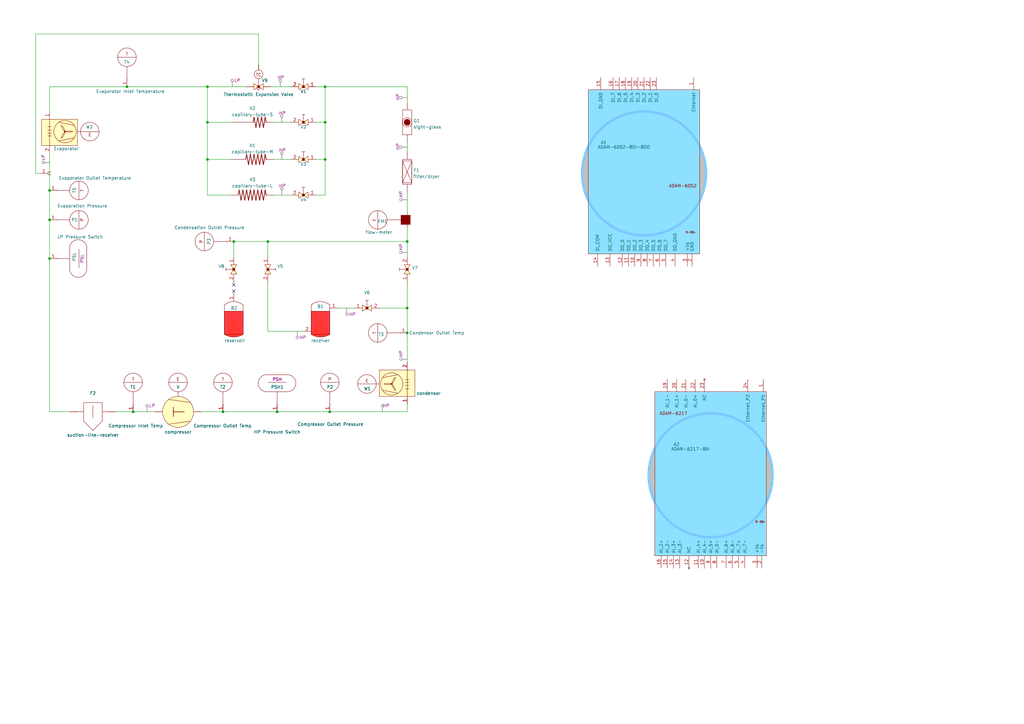
<source format=kicad_sch>
(kicad_sch (version 20230121) (generator eeschema)
  (paper "A3")
  (lib_symbols
    (symbol "004-P&ID-schematics:PSH" (pin_names (offset 1.016) hide)
      (property "Reference" "PS" (at 0 10.16 0))
      (property "Value" "HP Pressure Switch" (at -0.635 16.51 0))
      (property "NAME" "PSL" (at 0 13.335 0))
      (symbol "PSH_0_1"
        (arc (start -4.445 15.24) (mid -7.7609 11.7475) (end -4.445 8.255))
        (polyline (pts (xy -4.445 8.255) (xy 4.445 8.255)))
        (polyline (pts (xy -4.445 15.24) (xy 4.445 15.24)))
        (polyline (pts (xy -3.81 12.065) (xy 3.81 12.065)))
        (polyline (pts (xy 0 8.255) (xy 0 2.54)))
        (arc (start 4.445 8.255) (mid 7.6905 11.7475) (end 4.445 15.24))
      )
      (symbol "PSH_1_1"
        (pin output line (at 0 0 90) (length 3) (name "in") (number "1"))
      )
    )
    (symbol "004-P&ID-schematics:capillary-tube-L" (pin_numbers hide) (pin_names (offset 1.016) hide)
      (property "Reference" "X" (at 7.62 8.89 0))
      (property "Value" "capillary-tube-L" (at 13.335 6.985 0))
      (symbol "capillary-tube-L_0_1"
        (polyline (pts (xy 5.715 0) (xy 5.969 0)))
        (polyline (pts (xy -5.334 2.159) (xy -5.715 0) (xy -5.842 0) (xy -5.461 2.159) (xy -5.334 2.159)) (fill (type color) (color 71 215 255 1)))
        (polyline (pts (xy -4.699 -2.159) (xy -3.937 2.159) (xy -3.81 2.159) (xy -4.572 -2.159) (xy -4.699 -2.159)) (fill (type color) (color 101 247 255 1)))
        (polyline (pts (xy -4.572 -2.159) (xy -5.334 2.159) (xy -5.461 2.159) (xy -4.699 -2.159) (xy -4.572 -2.159)) (fill (type color) (color 89 242 255 1)))
        (polyline (pts (xy -3.175 -2.159) (xy -2.413 2.159) (xy -2.286 2.159) (xy -3.048 -2.159) (xy -3.175 -2.159)) (fill (type color) (color 171 247 255 1)))
        (polyline (pts (xy -3.048 -2.159) (xy -3.81 2.159) (xy -3.937 2.159) (xy -3.175 -2.159) (xy -3.048 -2.159)) (fill (type color) (color 158 240 255 1)))
        (polyline (pts (xy -1.651 -2.159) (xy -0.889 2.159) (xy -0.762 2.159) (xy -1.524 -2.159) (xy -1.651 -2.159)) (fill (type color) (color 176 244 255 1)))
        (polyline (pts (xy -1.524 -2.159) (xy -2.286 2.159) (xy -2.413 2.159) (xy -1.651 -2.159) (xy -1.524 -2.159)) (fill (type color) (color 171 245 255 1)))
        (polyline (pts (xy -0.127 -2.159) (xy 0.635 2.159) (xy 0.762 2.159) (xy 0 -2.159) (xy -0.127 -2.159)) (fill (type color) (color 255 217 229 1)))
        (polyline (pts (xy 0 -2.159) (xy -0.762 2.159) (xy -0.889 2.159) (xy -0.127 -2.159) (xy 0 -2.159)) (fill (type color) (color 254 249 255 1)))
        (polyline (pts (xy 1.397 -2.159) (xy 2.159 2.159) (xy 2.286 2.159) (xy 1.524 -2.159) (xy 1.397 -2.159)) (fill (type color) (color 255 163 172 1)))
        (polyline (pts (xy 1.524 -2.159) (xy 0.762 2.159) (xy 0.635 2.159) (xy 1.397 -2.159) (xy 1.524 -2.159)) (fill (type color) (color 255 213 209 1)))
        (polyline (pts (xy 2.921 -2.159) (xy 3.683 2.159) (xy 3.81 2.159) (xy 3.048 -2.159) (xy 2.921 -2.159)) (fill (type color) (color 255 85 73 1)))
        (polyline (pts (xy 3.048 -2.159) (xy 2.286 2.159) (xy 2.159 2.159) (xy 2.921 -2.159) (xy 3.048 -2.159)) (fill (type color) (color 255 119 100 1)))
        (polyline (pts (xy 4.445 -2.159) (xy 5.207 2.159) (xy 5.334 2.159) (xy 4.572 -2.159) (xy 4.445 -2.159)) (fill (type color) (color 255 56 39 1)))
        (polyline (pts (xy 4.572 -2.159) (xy 3.81 2.159) (xy 3.683 2.159) (xy 4.445 -2.159) (xy 4.572 -2.159)) (fill (type color) (color 255 56 39 1)))
        (polyline (pts (xy 5.715 0) (xy 5.334 2.159) (xy 5.207 2.159) (xy 5.588 0) (xy 5.715 0)) (fill (type color) (color 255 56 39 1)))
      )
      (symbol "capillary-tube-L_1_1"
        (pin output line (at -8.89 0 0) (length 3) (name "in") (number "1"))
        (pin output line (at 8.89 0 180) (length 3) (name "out") (number "2"))
      )
    )
    (symbol "004-P&ID-schematics:capillary-tube-M" (pin_numbers hide) (pin_names (offset 1.016) hide)
      (property "Reference" "X" (at 7.62 8.89 0))
      (property "Value" "capillary-tube-M" (at 13.335 6.985 0))
      (symbol "capillary-tube-M_0_1"
        (polyline (pts (xy -5.842 0) (xy -2.794 0)))
        (polyline (pts (xy 5.715 0) (xy 5.969 0)))
        (polyline (pts (xy -2.286 2.159) (xy -2.667 0) (xy -2.794 0) (xy -2.413 2.159) (xy -2.286 2.159)) (fill (type color) (color 71 215 255 1)))
        (polyline (pts (xy -1.651 -2.159) (xy -0.889 2.159) (xy -0.762 2.159) (xy -1.524 -2.159) (xy -1.651 -2.159)) (fill (type color) (color 101 247 255 1)))
        (polyline (pts (xy -1.524 -2.159) (xy -2.286 2.159) (xy -2.413 2.159) (xy -1.651 -2.159) (xy -1.524 -2.159)) (fill (type color) (color 89 242 255 1)))
        (polyline (pts (xy -0.127 -2.159) (xy 0.635 2.159) (xy 0.762 2.159) (xy 0 -2.159) (xy -0.127 -2.159)) (fill (type color) (color 176 244 255 1)))
        (polyline (pts (xy 0 -2.159) (xy -0.762 2.159) (xy -0.889 2.159) (xy -0.127 -2.159) (xy 0 -2.159)) (fill (type color) (color 158 240 255 1)))
        (polyline (pts (xy 1.397 -2.159) (xy 2.159 2.159) (xy 2.286 2.159) (xy 1.524 -2.159) (xy 1.397 -2.159)) (fill (type color) (color 255 217 229 1)))
        (polyline (pts (xy 1.524 -2.159) (xy 0.762 2.159) (xy 0.635 2.159) (xy 1.397 -2.159) (xy 1.524 -2.159)) (fill (type color) (color 254 249 255 1)))
        (polyline (pts (xy 2.921 -2.159) (xy 3.683 2.159) (xy 3.81 2.159) (xy 3.048 -2.159) (xy 2.921 -2.159)) (fill (type color) (color 255 163 172 1)))
        (polyline (pts (xy 3.048 -2.159) (xy 2.286 2.159) (xy 2.159 2.159) (xy 2.921 -2.159) (xy 3.048 -2.159)) (fill (type color) (color 255 213 209 1)))
        (polyline (pts (xy 4.445 -2.159) (xy 5.207 2.159) (xy 5.334 2.159) (xy 4.572 -2.159) (xy 4.445 -2.159)) (fill (type color) (color 255 56 39 1)))
        (polyline (pts (xy 4.572 -2.159) (xy 3.81 2.159) (xy 3.683 2.159) (xy 4.445 -2.159) (xy 4.572 -2.159)) (fill (type color) (color 255 56 39 1)))
        (polyline (pts (xy 5.715 0) (xy 5.334 2.159) (xy 5.207 2.159) (xy 5.588 0) (xy 5.715 0)) (fill (type color) (color 255 56 39 1)))
      )
      (symbol "capillary-tube-M_1_1"
        (pin output line (at -8.89 0 0) (length 3) (name "in") (number "1"))
        (pin output line (at 8.89 0 180) (length 3) (name "out") (number "2"))
      )
    )
    (symbol "004-P&ID-schematics:capillary-tube-S" (pin_numbers hide) (pin_names (offset 1.016) hide)
      (property "Reference" "X" (at 7.62 8.89 0))
      (property "Value" "capillary-tube-S" (at 13.335 6.985 0))
      (symbol "capillary-tube-S_0_1"
        (polyline (pts (xy -5.842 0) (xy 0.381 0)))
        (polyline (pts (xy 5.715 0) (xy 5.969 0)))
        (polyline (pts (xy 0.762 2.159) (xy 0.381 0) (xy 0.254 0) (xy 0.635 2.159) (xy 0.762 2.159)) (fill (type color) (color 71 215 255 1)))
        (polyline (pts (xy 1.397 -2.159) (xy 2.159 2.159) (xy 2.286 2.159) (xy 1.524 -2.159) (xy 1.397 -2.159)) (fill (type color) (color 176 244 255 1)))
        (polyline (pts (xy 1.524 -2.159) (xy 0.762 2.159) (xy 0.635 2.159) (xy 1.397 -2.159) (xy 1.524 -2.159)) (fill (type color) (color 89 242 255 1)))
        (polyline (pts (xy 2.921 -2.159) (xy 3.683 2.159) (xy 3.81 2.159) (xy 3.048 -2.159) (xy 2.921 -2.159)) (fill (type color) (color 255 217 229 1)))
        (polyline (pts (xy 3.048 -2.159) (xy 2.286 2.159) (xy 2.159 2.159) (xy 2.921 -2.159) (xy 3.048 -2.159)) (fill (type color) (color 254 249 255 1)))
        (polyline (pts (xy 4.445 -2.159) (xy 5.207 2.159) (xy 5.334 2.159) (xy 4.572 -2.159) (xy 4.445 -2.159)) (fill (type color) (color 255 56 39 1)))
        (polyline (pts (xy 4.572 -2.159) (xy 3.81 2.159) (xy 3.683 2.159) (xy 4.445 -2.159) (xy 4.572 -2.159)) (fill (type color) (color 255 213 209 1)))
        (polyline (pts (xy 5.715 0) (xy 5.334 2.159) (xy 5.207 2.159) (xy 5.588 0) (xy 5.715 0)) (fill (type color) (color 255 56 39 1)))
      )
      (symbol "capillary-tube-S_1_1"
        (pin output line (at -8.89 0 0) (length 3) (name "in") (number "1"))
        (pin output line (at 8.89 0 180) (length 3) (name "out") (number "2"))
      )
    )
    (symbol "004-P&ID-schematics:compressor" (pin_numbers hide) (pin_names (offset 1.016) hide)
      (property "Reference" "V" (at 0 10.16 0))
      (property "Value" "compressor" (at 10.795 5.715 0))
      (symbol "compressor_0_1"
        (polyline (pts (xy -3.81 -5.08) (xy 5.08 -3.81)))
        (polyline (pts (xy -3.81 5.08) (xy 5.08 3.81)))
        (polyline (pts (xy -3.81 12.065) (xy 3.81 12.065)))
        (polyline (pts (xy -1.905 0) (xy 2.54 0)) (stroke (width 0.25)))
        (polyline (pts (xy -1.905 1.905) (xy -1.905 -1.905)) (stroke (width 0.25)))
        (polyline (pts (xy 0 6.35) (xy 0 8.255)))
        (circle (center 0 0) (radius 6.35) (fill (type background)))
        (circle (center 0 12.065) (radius 3.81))
        (text "E" (at 0 13.335 0) (effects (font (size 1.27 1.27))))
      )
      (symbol "compressor_1_1"
        (pin output line (at -9.525 0 0) (length 3) (name "in") (number "1"))
        (pin output line (at 9.525 0 180) (length 3) (name "out") (number "2"))
      )
    )
    (symbol "004-P&ID-schematics:condensor" (pin_names (offset 1.016) hide)
      (property "Reference" "W" (at -16.51 -0.635 0))
      (property "Value" "condensor" (at -6.985 8.255 0))
      (symbol "condensor_0_1"
        (circle (center -16.51 1.27) (radius 3.81))
        (rectangle (start -11.43 6.985) (end 3.175 -3.81) (fill (type background)))
        (arc (start -9.525 1.27) (mid -7.874 1.0159) (end -6.223 1.27))
        (arc (start -6.477 1.27) (mid -8.001 1.4627) (end -9.525 1.27))
        (circle (center -6.35 1.27) (radius 0.254) (fill (type outline)))
        (arc (start -6.35 1.27) (mid -5.815 -0.1932) (end -4.826 -1.397))
        (arc (start -6.35 1.27) (mid -5.346 2.535) (end -4.826 4.064))
        (circle (center -6.35 1.27) (radius 4.5791))
        (arc (start -4.826 -1.397) (mid -5.3347 0.0813) (end -6.35 1.27))
        (arc (start -4.826 4.064) (mid -5.811 2.8579) (end -6.35 1.397))
        (polyline (pts (xy -20.32 1.27) (xy -12.7 1.27)))
        (polyline (pts (xy -12.7 1.27) (xy -11.43 1.27)))
        (polyline (pts (xy -10.16 3.81) (xy -3.81 5.08)))
        (polyline (pts (xy -3.81 -2.54) (xy -10.16 -1.27)))
        (polyline (pts (xy -0.762 -0.762) (xy 0.762 -0.762)))
        (polyline (pts (xy -0.762 0.635) (xy 0.762 0.635)))
        (polyline (pts (xy -0.762 1.905) (xy 0.762 1.905)))
        (polyline (pts (xy -0.762 3.048) (xy 0.762 3.048)))
        (polyline (pts (xy 0 7.112) (xy 0 -3.937)))
        (text "E" (at -16.51 2.54 0) (effects (font (size 1.27 1.27))))
      )
      (symbol "condensor_1_1"
        (pin output line (at 0 -6.985 90) (length 3) (name "in") (number "1"))
        (pin output line (at 0 10.16 270) (length 3) (name "out") (number "2"))
      )
    )
    (symbol "004-P&ID-schematics:filter" (pin_numbers hide) (pin_names (offset 1.016) hide)
      (property "Reference" "F" (at 3.81 1.27 0))
      (property "Value" "filter" (at 5.715 -0.635 0))
      (symbol "filter_0_1"
        (rectangle (start -1.905 4.445) (end 1.905 -4.445))
        (rectangle (start -1.905 5.08) (end 1.905 -5.08))
        (polyline (pts (xy -1.905 -4.445) (xy 1.905 4.445)))
        (polyline (pts (xy -1.905 4.445) (xy 1.905 -4.445)))
      )
      (symbol "filter_1_1"
        (pin output line (at 0 -8.255 90) (length 3) (name "in") (number "1"))
        (pin output line (at 0 8.255 270) (length 3) (name "out") (number "2"))
      )
    )
    (symbol "004-P&ID-schematics:flow-meter" (pin_numbers hide) (pin_names (offset 1.016) hide)
      (property "Reference" "FM" (at 0 10.16 0))
      (property "Value" "flow-meter" (at 0.635 17.145 0))
      (symbol "flow-meter_0_1"
        (rectangle (start -1.905 2.54) (end 1.905 -1.27) (fill (type outline)))
        (polyline (pts (xy -3.81 12.065) (xy 3.81 12.065)))
        (polyline (pts (xy 0 8.255) (xy 0 2.54)))
        (circle (center 0 12.065) (radius 3.81))
        (text "F" (at 0 13.335 0) (effects (font (size 1.27 1.27))))
      )
      (symbol "flow-meter_1_1"
        (pin output line (at -3.175 0 0) (length 3) (name "in") (number "1"))
        (pin output line (at 3.175 0 180) (length 3) (name "out") (number "2"))
      )
    )
    (symbol "004-P&ID-schematics:pressure_sensor" (pin_names (offset 1.016) hide)
      (property "Reference" "P" (at 0 10.16 0))
      (property "Value" "pressure_sensor" (at 0.635 17.145 0))
      (symbol "pressure_sensor_0_1"
        (polyline (pts (xy -3.81 12.065) (xy 3.81 12.065)))
        (polyline (pts (xy 0 8.255) (xy 0 2.54)))
        (circle (center 0 12.065) (radius 3.81))
        (text "P" (at 0 13.335 0) (effects (font (size 1.27 1.27))))
      )
      (symbol "pressure_sensor_1_1"
        (pin output line (at 0 0 90) (length 3) (name "in") (number "1"))
      )
    )
    (symbol "004-P&ID-schematics:receiver" (pin_names (offset 1.016) hide)
      (property "Reference" "B" (at -1.27 4.445 0))
      (property "Value" "receiver" (at 8.255 6.985 0))
      (symbol "receiver_0_1"
        (arc (start -3.81 -6.35) (mid 0 -7.4034) (end 3.81 -6.35) (fill (type color) (color 255 55 48 1)))
        (rectangle (start -3.81 3.175) (end 3.81 -6.35) (fill (type color) (color 255 58 62 1)))
        (polyline (pts (xy -3.81 5.715) (xy -3.81 -6.35)))
        (polyline (pts (xy 3.81 5.715) (xy 3.81 -6.35)))
        (arc (start 3.81 5.715) (mid 0 7.1355) (end -3.81 5.715))
      )
      (symbol "receiver_1_1"
        (pin output line (at 6.985 4.445 180) (length 3) (name "in") (number "1"))
        (pin output line (at -6.985 -5.08 0) (length 3) (name "out") (number "2"))
      )
    )
    (symbol "004-P&ID-schematics:reservoir" (pin_names (offset 1.016) hide)
      (property "Reference" "B" (at -1.27 4.445 0))
      (property "Value" "reservoir" (at 8.255 6.985 0))
      (symbol "reservoir_0_1"
        (arc (start -3.81 -6.35) (mid 0 -7.4034) (end 3.81 -6.35) (fill (type color) (color 255 55 48 1)))
        (rectangle (start -3.81 3.175) (end 3.81 -6.35) (fill (type color) (color 255 58 62 1)))
        (polyline (pts (xy -3.81 5.715) (xy -3.81 -6.35)))
        (polyline (pts (xy 3.81 5.715) (xy 3.81 -6.35)))
        (arc (start 3.81 5.715) (mid 0 7.1355) (end -3.81 5.715))
      )
      (symbol "reservoir_1_1"
        (pin output line (at 0 10.16 270) (length 3) (name "in") (number "1"))
      )
    )
    (symbol "004-P&ID-schematics:sense-bulb" (pin_names (offset 1.016) hide)
      (property "Reference" "S" (at 5.08 1.27 0))
      (property "Value" "sense-bulb" (at 10.16 0 0))
      (symbol "sense-bulb_0_1"
        (arc (start -0.635 3.81) (mid -0.4515 3.3585) (end 0 3.175))
        (arc (start -0.381 4.318) (mid -0.5729 4.0965) (end -0.635 3.81))
        (polyline (pts (xy 0 3.175) (xy 0 2.921)))
        (arc (start 0 3.175) (mid 0.449 3.361) (end 0.635 3.81))
        (arc (start 0.635 3.81) (mid 0.5726 4.0963) (end 0.381 4.318))
      )
      (symbol "sense-bulb_1_1"
        (pin output line (at 0 0 90) (length 3) (name "in") (number "1"))
      )
    )
    (symbol "004-P&ID-schematics:sight-glass" (pin_numbers hide) (pin_names (offset 1.016) hide)
      (property "Reference" "G" (at 3.81 1.27 0))
      (property "Value" "sight-glass" (at 8.89 -0.635 0))
      (symbol "sight-glass_0_1"
        (rectangle (start -1.905 5.08) (end 1.905 -5.08))
        (circle (center 0 0) (radius 1.27) (fill (type outline)))
        (circle (center 0 0) (radius 1.905))
      )
      (symbol "sight-glass_1_1"
        (pin output line (at 0 -8.255 90) (length 3) (name "in") (number "1"))
        (pin output line (at 0 8.255 270) (length 3) (name "out") (number "2"))
      )
    )
    (symbol "004-P&ID-schematics:suction-line-receiver" (pin_numbers hide) (pin_names (offset 1.016) hide)
      (property "Reference" "F" (at 0 10.16 0))
      (property "Value" "suction-line-receiver" (at 10.795 5.715 0))
      (symbol "suction-line-receiver_0_1"
        (polyline (pts (xy -7.62 0) (xy -3.81 0)))
        (polyline (pts (xy 0 2.54) (xy 0 -2.54)))
        (polyline (pts (xy 7.62 0) (xy 3.81 0)))
        (polyline (pts (xy -3.81 -3.81) (xy 0 -7.62) (xy 3.81 -3.81)))
        (polyline (pts (xy 3.81 -3.81) (xy 3.81 3.81) (xy -3.81 3.81) (xy -3.81 -3.81)))
      )
      (symbol "suction-line-receiver_1_1"
        (pin output line (at -9.525 0 0) (length 3) (name "in") (number "1"))
        (pin output line (at 9.525 0 180) (length 3) (name "out") (number "2"))
      )
    )
    (symbol "004-P&ID-schematics:thermocouple" (pin_names (offset 1.016) hide)
      (property "Reference" "T" (at 0 10.16 0))
      (property "Value" "thermocouple" (at 0.635 17.145 0))
      (symbol "thermocouple_0_1"
        (polyline (pts (xy -3.81 12.065) (xy 3.81 12.065)))
        (polyline (pts (xy 0 8.255) (xy 0 2.54)))
        (circle (center 0 12.065) (radius 3.81))
        (text "T" (at 0 13.335 0) (effects (font (size 1.27 1.27))))
      )
      (symbol "thermocouple_1_1"
        (pin output line (at 0 0 90) (length 3) (name "in") (number "1"))
      )
    )
    (symbol "004-P&ID-schematics:valve-manual" (pin_names (offset 1.016) hide)
      (property "Reference" "V" (at 5.715 7.62 0))
      (symbol "valve-manual_0_1"
        (polyline (pts (xy -0.635 3.175) (xy 0.635 3.175)))
        (polyline (pts (xy 0 0) (xy 0 3.175)))
        (polyline (pts (xy 0 0) (xy -1.905 1.27) (xy -1.905 -1.27) (xy 0 0)) (fill (type background)))
        (polyline (pts (xy 0 0) (xy 1.905 -1.27) (xy 1.905 1.27) (xy 0 0)) (fill (type background)))
        (circle (center 0 0) (radius 0.508) (fill (type outline)))
      )
      (symbol "valve-manual_1_1"
        (pin output line (at -5.08 0 0) (length 3) (name "in") (number "1"))
        (pin output line (at 5.08 0 180) (length 3) (name "out") (number "2"))
      )
    )
    (symbol "004-P&ID-schematics:valve-temp-controlled" (pin_numbers hide) (pin_names (offset 1.016) hide)
      (property "Reference" "V" (at 5.715 7.62 0))
      (property "Value" "valve-temp-controlled" (at 16.51 3.81 0))
      (symbol "valve-temp-controlled_0_1"
        (polyline (pts (xy 0 0) (xy 0 3.175)))
        (polyline (pts (xy -0.762 -0.508) (xy 0 -1.524) (xy 0.762 -0.508)))
        (polyline (pts (xy 0 0) (xy -1.905 1.27) (xy -1.905 -1.27) (xy 0 0)) (fill (type background)))
        (polyline (pts (xy 0 0) (xy 1.905 -1.27) (xy 1.905 1.27) (xy 0 0)) (fill (type background)))
        (circle (center 0 0) (radius 0.508) (fill (type outline)))
        (circle (center 0 5.08) (radius 1.778))
        (text "TC" (at 0 4.826 0) (effects (font (size 1.27 1.27))))
      )
      (symbol "valve-temp-controlled_1_1"
        (pin output line (at -5.08 0 0) (length 3) (name "in") (number "1"))
        (pin output line (at 5.08 0 180) (length 3) (name "out") (number "2"))
        (pin input line (at 0 8.89 270) (length 2) (name "ctrl") (number "3"))
      )
    )
    (symbol "004-industrial-automation-ADAM:ADAM-6052-8DI-8DO" (pin_names (offset 1.016))
      (property "Reference" "A" (at 27.305 2.54 0))
      (property "Value" "ADAM-6052-8DI-8DO" (at 37.465 0 0))
      (symbol "ADAM-6052-8DI-8DO_0_0"
        (circle (center 0 0) (radius 25.4) (stroke (width 1) (color 123 200 255 1)) (fill (type color) (color 191 185 183 0.88)))
        (text "9-30v" (at 19.05 -24.13 0) (effects (font (size 0.8 0.8))))
        (text "ADAM-6052" (at 15.875 -5.08 0) (effects (font (size 1.27 1.27))))
      )
      (symbol "ADAM-6052-8DI-8DO_0_1"
        (rectangle (start -22.86 34.29) (end 22.86 -33.02) (fill (type color) (color 141 224 255 1)))
      )
      (symbol "ADAM-6052-8DI-8DO_1_1"
        (pin bidirectional line (at 20.32 39.37 270) (length 5.08) (name "Ethernet") (number "1"))
        (pin output line (at -3.81 -38.1 90) (length 5.08) (name "DO_2") (number "10"))
        (pin output line (at -6.35 -38.1 90) (length 5.08) (name "DO_1") (number "11"))
        (pin output line (at -8.89 -38.1 90) (length 5.08) (name "DO_0") (number "12"))
        (pin output line (at -13.97 -38.1 90) (length 5.08) (name "DO_VCC") (number "13"))
        (pin output line (at -19.05 -38.1 90) (length 5.08) (name "DI_COM") (number "14"))
        (pin passive line (at -17.78 39.37 270) (length 5.08) (name "DI_GND") (number "15"))
        (pin output line (at -12.7 39.37 270) (length 5.08) (name "DI_7") (number "16"))
        (pin output line (at -10.16 39.37 270) (length 5.08) (name "DI_6") (number "17"))
        (pin output line (at -7.62 39.37 270) (length 5.08) (name "DI_5") (number "18"))
        (pin output line (at -5.08 39.37 270) (length 5.08) (name "DI_4") (number "19"))
        (pin input line (at 19.685 -38.1 90) (length 5.08) (name "GND") (number "2"))
        (pin output line (at -2.54 39.37 270) (length 5.08) (name "DI_3") (number "20"))
        (pin output line (at 0 39.37 270) (length 5.08) (name "DI_2") (number "21"))
        (pin output line (at 2.54 39.37 270) (length 5.08) (name "DI_1") (number "22"))
        (pin output line (at 5.08 39.37 270) (length 5.08) (name "DI_0") (number "23"))
        (pin input line (at 17.78 -38.1 90) (length 5.08) (name "+Vs") (number "3"))
        (pin passive line (at 12.7 -38.1 90) (length 5.08) (name "DO_GND") (number "4"))
        (pin output line (at 8.89 -38.1 90) (length 5.08) (name "DO_7") (number "5"))
        (pin output line (at 6.35 -38.1 90) (length 5.08) (name "DO_6") (number "6"))
        (pin output line (at 3.81 -38.1 90) (length 5.08) (name "DO_5") (number "7"))
        (pin output line (at 1.27 -38.1 90) (length 5.08) (name "DO_4") (number "8"))
        (pin output line (at -1.27 -38.1 90) (length 5.08) (name "DO_3") (number "9"))
      )
    )
    (symbol "004-industrial-automation-ADAM:ADAM-6217-8AI" (pin_names (offset 1.016))
      (property "Reference" "A" (at 27.305 2.54 0))
      (property "Value" "ADAM-6217-8AI" (at 34.29 0 0))
      (symbol "ADAM-6217-8AI_0_0"
        (circle (center 0 0) (radius 25.4) (stroke (width 1) (color 123 200 255 1)) (fill (type color) (color 191 185 183 0.88)))
        (text "9-30v" (at 20.32 -19.05 0) (effects (font (size 0.8 0.8))))
        (text "ADAM-6217" (at -15.24 25.4 0) (effects (font (size 1.27 1.27))))
      )
      (symbol "ADAM-6217-8AI_0_1"
        (rectangle (start -22.86 34.29) (end 22.86 -33.02) (fill (type color) (color 141 224 255 1)))
      )
      (symbol "ADAM-6217-8AI_1_1"
        (pin bidirectional line (at 21.59 39.37 270) (length 5.08) (name "Ethernet_P1") (number "1"))
        (pin input line (at -2.54 -38.1 90) (length 5.08) (name "AI_4-") (number "10"))
        (pin input line (at -5.08 -38.1 90) (length 5.08) (name "AI_4+") (number "11"))
        (pin no_connect line (at -8.89 -38.1 90) (length 5.08) (name "NC") (number "12"))
        (pin input line (at -12.7 -38.1 90) (length 5.08) (name "AI_3-") (number "13"))
        (pin input line (at -15.24 -38.1 90) (length 5.08) (name "AI_3+") (number "14"))
        (pin input line (at -17.78 -38.1 90) (length 5.08) (name "AI_2-") (number "15"))
        (pin input line (at -20.32 -38.1 90) (length 5.08) (name "AI_2+") (number "16"))
        (pin input line (at -17.78 39.37 270) (length 5.08) (name "AI_1-") (number "19"))
        (pin input line (at 20.955 -38.1 90) (length 5.08) (name "-Vs") (number "2"))
        (pin input line (at -13.97 39.37 270) (length 5.08) (name "AI_1+") (number "20"))
        (pin input line (at -10.16 39.37 270) (length 5.08) (name "AI_0-") (number "21"))
        (pin input line (at -6.35 39.37 270) (length 5.08) (name "AI_0+") (number "22"))
        (pin no_connect line (at -2.54 39.37 270) (length 5.08) (name "NC") (number "23"))
        (pin bidirectional line (at 15.24 39.37 270) (length 5.08) (name "Ethernet_P2") (number "24"))
        (pin input line (at 19.05 -38.1 90) (length 5.08) (name "+Vs") (number "3"))
        (pin input line (at 13.97 -38.1 90) (length 5.08) (name "AI_7-") (number "4"))
        (pin input line (at 11.43 -38.1 90) (length 5.08) (name "AI_7+") (number "5"))
        (pin input line (at 8.89 -38.1 90) (length 5.08) (name "AI_6-") (number "6"))
        (pin input line (at 6.35 -38.1 90) (length 5.08) (name "AI_6+") (number "7"))
        (pin input line (at 2.54 -38.1 90) (length 5.08) (name "AI_5-") (number "8"))
        (pin input line (at 0 -38.1 90) (length 5.08) (name "AI_5+") (number "9"))
      )
    )
    (symbol "PSH_1" (pin_names (offset 1.016) hide)
      (property "Reference" "PS" (at 0 10.16 0))
      (property "Value" "HP Pressure Switch" (at -0.635 16.51 0))
      (property "NAME" "PSL" (at 0 13.335 0))
      (symbol "PSH_1_0_1"
        (arc (start -4.445 15.24) (mid -7.7609 11.7475) (end -4.445 8.255))
        (polyline (pts (xy -4.445 8.255) (xy 4.445 8.255)))
        (polyline (pts (xy -4.445 15.24) (xy 4.445 15.24)))
        (polyline (pts (xy -3.81 12.065) (xy 3.81 12.065)))
        (polyline (pts (xy 0 8.255) (xy 0 2.54)))
        (arc (start 4.445 8.255) (mid 7.6905 11.7475) (end 4.445 15.24))
      )
      (symbol "PSH_1_1_1"
        (pin output line (at 0 0 90) (length 3) (name "in") (number "1"))
      )
    )
  )
  (junction (at 20.32 106.045))
  (junction (at 167.005 136.525))
  (junction (at 95.885 99.06))
  (junction (at 20.32 78.105))
  (junction (at 167.005 126.365))
  (junction (at 133.35 35.56))
  (junction (at 52.07 35.56))
  (junction (at 54.61 168.91))
  (junction (at 91.44 168.91))
  (junction (at 113.665 168.91))
  (junction (at 133.35 65.405))
  (junction (at 85.09 35.56))
  (junction (at 20.32 90.17))
  (junction (at 85.09 50.165))
  (junction (at 135.255 168.91))
  (junction (at 109.855 99.06))
  (junction (at 85.09 65.405))
  (junction (at 167.005 99.06))
  (junction (at 133.35 50.165))
  (no_connect (at 95.885 116.84))
  (no_connect (at 95.885 119.38))
  (wire (pts (xy 124.46 135.89) (xy 109.855 135.89)))
  (wire (pts (xy 28.575 168.91) (xy 20.32 168.91)))
  (wire (pts (xy 129.54 65.405) (xy 133.35 65.405)))
  (wire (pts (xy 109.855 115.57) (xy 109.855 135.89)))
  (wire (pts (xy 133.35 50.165) (xy 133.35 65.405)))
  (wire (pts (xy 91.44 168.91) (xy 113.665 168.91)))
  (wire (pts (xy 54.61 168.91) (xy 63.5 168.91)))
  (wire (pts (xy 109.855 99.06) (xy 167.005 99.06)))
  (wire (pts (xy 52.07 35.56) (xy 20.32 35.56)))
  (wire (pts (xy 47.625 168.91) (xy 54.61 168.91)))
  (wire (pts (xy 135.255 168.91) (xy 167.005 168.91)))
  (wire (pts (xy 112.395 80.01) (xy 119.38 80.01)))
  (wire (pts (xy 106.045 13.97) (xy 14.605 13.97)))
  (wire (pts (xy 95.885 99.06) (xy 109.855 99.06)))
  (wire (pts (xy 91.44 168.91) (xy 82.55 168.91)))
  (wire (pts (xy 14.605 71.12) (xy 16.51 71.12)))
  (wire (pts (xy 167.005 35.56) (xy 133.35 35.56)))
  (wire (pts (xy 167.005 126.365) (xy 167.005 115.57)))
  (wire (pts (xy 85.09 65.405) (xy 94.615 65.405)))
  (wire (pts (xy 167.005 136.525) (xy 167.005 126.365)))
  (wire (pts (xy 95.885 119.38) (xy 95.885 120.65)))
  (wire (pts (xy 167.005 78.74) (xy 167.005 86.995)))
  (wire (pts (xy 133.35 80.01) (xy 129.54 80.01)))
  (wire (pts (xy 100.965 35.56) (xy 85.09 35.56)))
  (wire (pts (xy 85.09 35.56) (xy 85.09 50.165)))
  (wire (pts (xy 167.005 93.345) (xy 167.005 99.06)))
  (wire (pts (xy 106.045 13.97) (xy 106.045 26.67)))
  (wire (pts (xy 167.005 58.42) (xy 167.005 62.23)))
  (wire (pts (xy 133.35 35.56) (xy 129.54 35.56)))
  (wire (pts (xy 94.615 80.01) (xy 85.09 80.01)))
  (wire (pts (xy 109.855 99.06) (xy 109.855 105.41)))
  (wire (pts (xy 85.09 80.01) (xy 85.09 65.405)))
  (wire (pts (xy 133.35 65.405) (xy 133.35 80.01)))
  (wire (pts (xy 20.32 78.105) (xy 20.32 90.17)))
  (wire (pts (xy 20.32 90.17) (xy 20.32 106.045)))
  (wire (pts (xy 111.125 35.56) (xy 119.38 35.56)))
  (wire (pts (xy 112.395 50.165) (xy 119.38 50.165)))
  (wire (pts (xy 167.005 148.59) (xy 167.005 136.525)))
  (wire (pts (xy 85.09 35.56) (xy 52.07 35.56)))
  (wire (pts (xy 167.005 99.06) (xy 167.005 105.41)))
  (wire (pts (xy 85.09 50.165) (xy 94.615 50.165)))
  (wire (pts (xy 20.32 35.56) (xy 20.32 45.72)))
  (wire (pts (xy 167.005 35.56) (xy 167.005 41.91)))
  (wire (pts (xy 95.885 115.57) (xy 95.885 116.84)))
  (wire (pts (xy 20.32 62.865) (xy 20.32 78.105)))
  (wire (pts (xy 129.54 50.165) (xy 133.35 50.165)))
  (wire (pts (xy 113.665 168.91) (xy 135.255 168.91)))
  (wire (pts (xy 155.575 126.365) (xy 167.005 126.365)))
  (wire (pts (xy 95.885 99.06) (xy 95.885 105.41)))
  (wire (pts (xy 112.395 65.405) (xy 119.38 65.405)))
  (wire (pts (xy 167.005 165.735) (xy 167.005 168.91)))
  (wire (pts (xy 20.32 106.045) (xy 20.32 168.91)))
  (wire (pts (xy 14.605 13.97) (xy 14.605 71.12)))
  (wire (pts (xy 138.43 126.365) (xy 145.415 126.365)))
  (wire (pts (xy 133.35 35.56) (xy 133.35 50.165)))
  (wire (pts (xy 85.09 65.405) (xy 85.09 50.165)))
  (netclass_flag "" (length 2.54) (shape round) (at 167.005 147.32 90) (property "Netclass" "HP" (at 164.465 146.6215 90) (effects (font italic) (justify left))))
  (netclass_flag "" (length 2.54) (shape round) (at 156.845 168.91 0) (property "Netclass" "HP" (at 156.9085 166.37 0) (effects (font italic) (justify left))))
  (netclass_flag "" (length 2.54) (shape round) (at 115.57 50.165 0) (property "Netclass" "HP" (at 114.3 46.355 0) (effects (font italic) (justify left))))
  (netclass_flag "" (length 2.54) (shape round) (at 167.005 40.005 90) (property "Netclass" "HP" (at 163.195 41.275 90) (effects (font italic) (justify left))))
  (netclass_flag "" (length 2.54) (shape round) (at 95.25 35.56 0) (property "Netclass" "LP" (at 95.9485 33.02 0) (effects (font italic) (justify left))))
  (netclass_flag "" (length 2.54) (shape round) (at 60.325 168.91 0) (property "Netclass" "LP" (at 61.0235 166.37 0) (effects (font italic) (justify left))))
  (netclass_flag "" (length 2.54) (shape round) (at 142.24 126.365 180) (property "Netclass" "HP" (at 142.9385 128.905 0) (effects (font italic) (justify left))))
  (netclass_flag "" (length 2.54) (shape round) (at 115.57 80.01 0) (property "Netclass" "HP" (at 114.3 76.2 0) (effects (font italic) (justify left))))
  (netclass_flag "" (length 2.54) (shape round) (at 114.935 35.56 0) (property "Netclass" "HP" (at 113.665 31.75 0) (effects (font italic) (justify left))))
  (netclass_flag "" (length 2.54) (shape round) (at 115.57 65.405 0) (property "Netclass" "HP" (at 114.3 61.595 0) (effects (font italic) (justify left))))
  (netclass_flag "" (length 2.54) (shape round) (at 167.005 81.915 90) (property "Netclass" "HP" (at 164.465 81.2165 90) (effects (font italic) (justify left))))
  (netclass_flag "" (length 2.54) (shape round) (at 167.005 103.505 90) (property "Netclass" "HP" (at 164.465 102.8065 90) (effects (font italic) (justify left))))
  (netclass_flag "" (length 2.54) (shape round) (at 167.005 60.325 90) (property "Netclass" "HP" (at 163.195 61.595 90) (effects (font italic) (justify left))))
  (netclass_flag "" (length 2.54) (shape round) (at 20.32 66.675 90) (property "Netclass" "LP" (at 17.78 65.9765 90) (effects (font italic) (justify left))))
  (netclass_flag "" (length 2.54) (shape round) (at 121.92 135.89 180) (property "Netclass" "HP" (at 122.6185 138.43 0) (effects (font italic) (justify left))))
  (symbol (lib_id "004-P&ID-schematics:PSH") (at 113.665 168.91 0) (unit 1)
    (property "Reference" "PSH1" (at 111.125 158.75 0) (effects (justify left)))
    (property "Value" "HP Pressure Switch" (at 104.14 177.165 0) (effects (justify left)))
    (property "NAME" "PSH" (at 113.665 155.575 0))
  )
  (symbol (lib_id "004-P&ID-schematics:filter") (at 167.005 70.485 0) (mirror y) (unit 1)
    (property "Reference" "F1" (at 172.085 69.85 0) (effects (justify left)))
    (property "Value" "filter/dryer" (at 180.34 72.39 0) (effects (justify left)))
  )
  (symbol (lib_id "004-P&ID-schematics:pressure_sensor") (at 95.885 99.06 90) (unit 1)
    (property "Reference" "P3" (at 85.725 100.33 0) (effects (justify left)))
    (property "Value" "Condensation Outlet Pressure" (at 100.33 93.345 90) (effects (justify left)))
  )
  (symbol (lib_id "004-P&ID-schematics:valve-manual") (at 124.46 35.56 0) (mirror y) (unit 1)
    (property "Reference" "V1" (at 124.46 37.465 0))
    (property "Value" "valve-manual" (effects hide))
  )
  (symbol (lib_id "004-P&ID-schematics:valve-manual") (at 124.46 65.405 0) (mirror y) (unit 1)
    (property "Reference" "V3" (at 124.46 67.31 0))
    (property "Value" "valve-manual" (effects hide))
  )
  (symbol (lib_id "004-P&ID-schematics:valve-manual") (at 124.46 80.01 0) (mirror y) (unit 1)
    (property "Reference" "V4" (at 124.46 81.915 0))
    (property "Value" "valve-manual" (effects hide))
  )
  (symbol (lib_id "004-P&ID-schematics:reservoir") (at 95.885 130.81 0) (unit 1)
    (property "Reference" "B2" (at 94.615 126.365 0) (effects (justify left)))
    (property "Value" "reservoir" (at 92.075 139.7 0) (effects (justify left)))
  )
  (symbol (lib_id "004-P&ID-schematics:valve-manual") (at 124.46 50.165 0) (mirror y) (unit 1)
    (property "Reference" "V2" (at 124.46 52.07 0))
    (property "Value" "valve-manual" (effects hide))
  )
  (symbol (lib_id "004-industrial-automation-ADAM:ADAM-6052-8DI-8DO") (at 264.16 71.12 0) (unit 1)
    (property "Reference" "A1" (at 246.38 58.42 0) (effects (justify left)))
    (property "Value" "ADAM-6052-8DI-8DO" (at 255.905 60.325 0))
  )
  (symbol (lib_id "004-P&ID-schematics:receiver") (at 131.445 130.81 0) (unit 1)
    (property "Reference" "B1" (at 131.445 125.73 0))
    (property "Value" "receiver" (at 131.445 139.7 0))
  )
  (symbol (lib_id "004-P&ID-schematics:compressor") (at 73.025 168.91 0) (unit 1)
    (property "Reference" "V" (at 73.025 158.75 0))
    (property "Value" "compressor" (at 73.025 177.165 0))
  )
  (symbol (lib_id "004-P&ID-schematics:sight-glass") (at 167.005 50.165 0) (unit 1)
    (property "Reference" "G1" (at 169.545 49.53 0) (effects (justify left)))
    (property "Value" "sight-glass" (at 169.545 52.07 0) (effects (justify left)))
  )
  (symbol (lib_id "004-P&ID-schematics:flow-meter") (at 167.005 90.17 90) (unit 1)
    (property "Reference" "FM1" (at 154.94 90.805 90) (effects (justify right)))
    (property "Value" "flow-meter" (at 149.86 95.25 90) (effects (justify right)))
  )
  (symbol (lib_id "004-P&ID-schematics:condensor") (at 20.32 52.705 180) (unit 1)
    (property "Reference" "W2" (at 38.1 52.07 0) (effects (justify left)))
    (property "Value" "Evaporator" (at 32.385 60.96 0) (effects (justify left)))
  )
  (symbol (lib_id "004-P&ID-schematics:valve-temp-controlled") (at 106.045 35.56 0) (unit 1)
    (property "Reference" "V9" (at 108.585 33.02 0))
    (property "Value" "Thermostatic Expansion Valve" (at 106.045 38.735 0))
  )
  (symbol (lib_id "004-P&ID-schematics:thermocouple") (at 91.44 168.91 0) (unit 1)
    (property "Reference" "T2" (at 90.17 158.75 0) (effects (justify left)))
    (property "Value" "Compressor Outlet Temp" (at 79.375 174.625 0) (effects (justify left)))
  )
  (symbol (lib_id "004-P&ID-schematics:capillary-tube-M") (at 103.505 65.405 0) (unit 1)
    (property "Reference" "X1" (at 103.5445 59.69 0))
    (property "Value" "capillary-tube-M" (at 103.5445 62.23 0))
  )
  (symbol (lib_id "004-P&ID-schematics:valve-manual") (at 150.495 126.365 0) (unit 1)
    (property "Reference" "V6" (at 150.495 120.015 0))
    (property "Value" "valve-manual" (effects hide))
  )
  (symbol (lib_id "004-P&ID-schematics:valve-manual") (at 95.885 110.49 90) (mirror x) (unit 1)
    (property "Reference" "V8" (at 90.805 109.22 90))
    (property "Value" "valve-manual" (effects hide))
  )
  (symbol (lib_id "004-P&ID-schematics:pressure_sensor") (at 20.32 90.17 270) (unit 1)
    (property "Reference" "P1" (at 29.21 90.17 90) (effects (justify left)))
    (property "Value" "Evaporation Pressure" (at 23.495 84.455 90) (effects (justify left)))
  )
  (symbol (lib_id "004-P&ID-schematics:capillary-tube-S") (at 103.505 50.165 0) (unit 1)
    (property "Reference" "X2" (at 103.5445 44.45 0))
    (property "Value" "capillary-tube-S" (at 103.5445 46.99 0))
  )
  (symbol (lib_id "004-P&ID-schematics:thermocouple") (at 20.32 78.105 270) (unit 1)
    (property "Reference" "T5" (at 30.48 76.835 0) (effects (justify left)))
    (property "Value" "Evaporator Outlet Temperature" (at 24.13 73.025 90) (effects (justify left)))
  )
  (symbol (lib_name "PSH_1") (lib_id "004-P&ID-schematics:PSH") (at 20.32 106.045 270) (unit 1)
    (property "Reference" "PSL" (at 30.48 103.505 0) (effects (justify left)))
    (property "Value" "LP Pressure Switch" (at 23.495 97.155 90) (effects (justify left)))
    (property "NAME" "PSL" (at 33.655 106.045 0))
  )
  (symbol (lib_id "004-P&ID-schematics:thermocouple") (at 52.07 35.56 0) (unit 1)
    (property "Reference" "T4" (at 50.8 25.4 0) (effects (justify left)))
    (property "Value" "Evaporator Inlet Temperature" (at 39.37 37.465 0) (effects (justify left)))
  )
  (symbol (lib_id "004-P&ID-schematics:pressure_sensor") (at 135.255 168.91 0) (unit 1)
    (property "Reference" "P2" (at 133.985 158.75 0) (effects (justify left)))
    (property "Value" "Compressor Outlet Pressure" (at 121.92 173.99 0) (effects (justify left)))
  )
  (symbol (lib_id "004-P&ID-schematics:valve-manual") (at 109.855 110.49 270) (unit 1)
    (property "Reference" "V5" (at 114.935 109.22 90))
    (property "Value" "valve-manual" (effects hide))
  )
  (symbol (lib_id "004-P&ID-schematics:valve-manual") (at 167.005 110.49 90) (unit 1)
    (property "Reference" "V7" (at 168.91 109.855 90) (effects (justify right)))
    (property "Value" "valve-manual" (effects hide))
  )
  (symbol (lib_id "004-P&ID-schematics:sense-bulb") (at 16.51 71.12 270) (unit 1)
    (property "Reference" "S1" (effects hide))
    (property "Value" "sense-bulb" (effects hide))
  )
  (symbol (lib_id "004-P&ID-schematics:capillary-tube-L") (at 103.505 80.01 0) (unit 1)
    (property "Reference" "X3" (at 103.5445 73.66 0))
    (property "Value" "capillary-tube-L" (at 103.5445 76.2 0))
  )
  (symbol (lib_id "004-industrial-automation-ADAM:ADAM-6217-8AI") (at 291.465 194.945 0) (unit 1)
    (property "Reference" "A2" (at 276.225 182.245 0) (effects (justify left)))
    (property "Value" "ADAM-6217-8AI" (at 283.21 184.15 0))
  )
  (symbol (lib_id "004-P&ID-schematics:suction-line-receiver") (at 38.1 168.91 0) (unit 1)
    (property "Reference" "F2" (at 38.1 161.29 0))
    (property "Value" "suction-line-receiver" (at 38.1 178.435 0))
  )
  (symbol (lib_id "004-P&ID-schematics:thermocouple") (at 54.61 168.91 0) (unit 1)
    (property "Reference" "T1" (at 53.34 158.75 0) (effects (justify left)))
    (property "Value" "Compressor Inlet Temp" (at 44.45 174.625 0) (effects (justify left)))
  )
  (symbol (lib_id "004-P&ID-schematics:thermocouple") (at 167.005 136.525 90) (unit 1)
    (property "Reference" "T3" (at 157.48 137.16 90) (effects (justify left)))
    (property "Value" "Condensor Outlet Temp" (at 190.5 136.525 90) (effects (justify left)))
  )
  (symbol (lib_id "004-P&ID-schematics:condensor") (at 167.005 158.75 0) (unit 1)
    (property "Reference" "W1" (at 149.225 159.385 0) (effects (justify left)))
    (property "Value" "condensor" (at 170.815 161.29 0) (effects (justify left)))
  )
)
</source>
